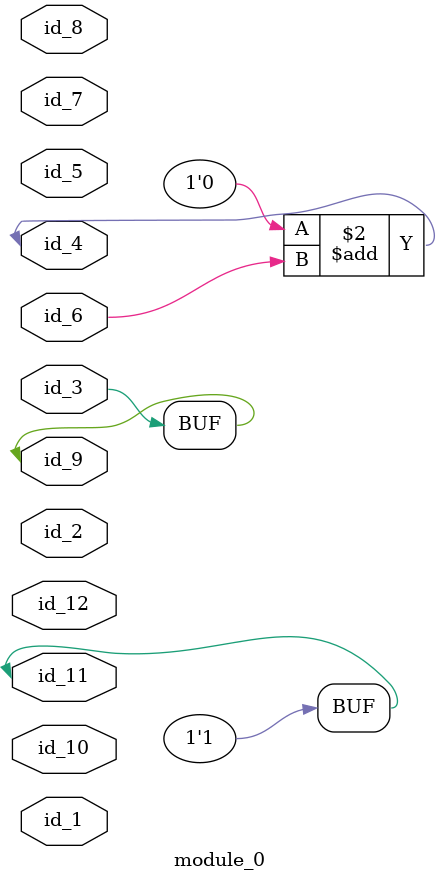
<source format=v>
module module_0 (
    id_1,
    id_2,
    id_3,
    id_4,
    id_5,
    id_6,
    id_7,
    id_8,
    id_9,
    id_10,
    id_11,
    id_12
);
  inout id_12;
  inout id_11;
  input id_10;
  inout id_9;
  input id_8;
  input id_7;
  input id_6;
  inout id_5;
  inout id_4;
  inout id_3;
  input id_2;
  inout id_1;
  assign id_3 = id_9;
  assign id_11[1'h0] = id_7[1 : 1] ? 1 : 1;
  assign id_4 = 1'b0 + id_6;
endmodule

</source>
